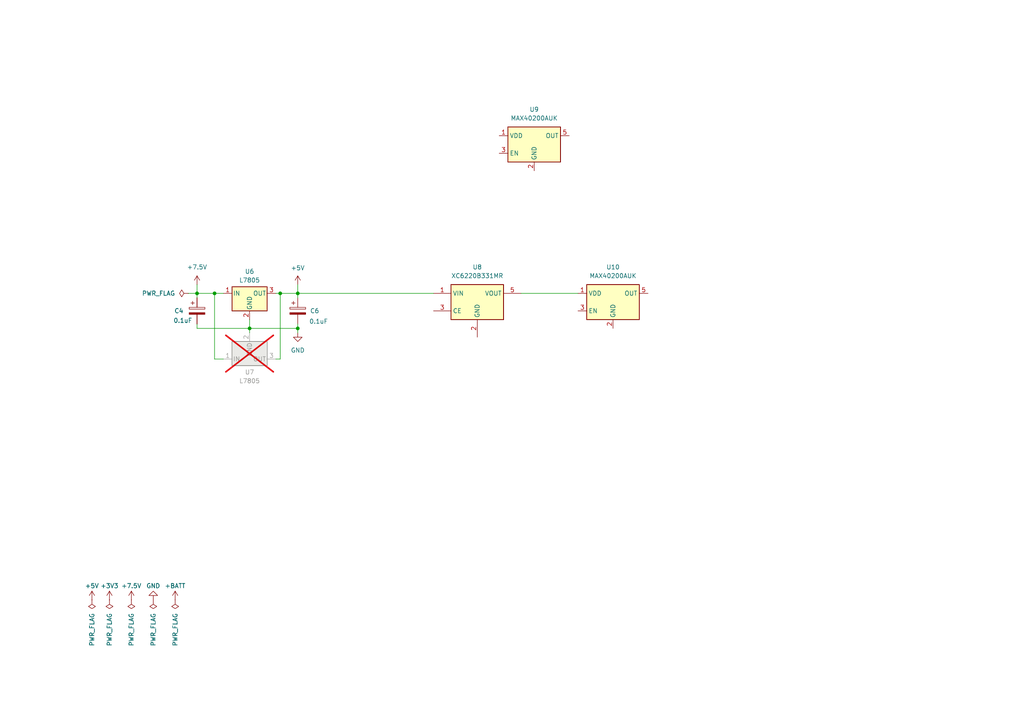
<source format=kicad_sch>
(kicad_sch (version 20241004) (generator "eeschema") (generator_version "8.99")
  (paper "A4")
  (title_block (title "Power Control"))
  (lib_symbols
    (symbol "Analog_Switch:MAX40200AUK"
      (property "Reference" "U" (at -6.35 6.35 0))
      (property "Value" "MAX40200AUK" (at 7.62 6.35 0))
      (symbol "MAX40200AUK_1_1"
        (rectangle (start -7.62 -5.08) (end 7.62 5.08) (stroke (width 0.254)) (fill (type background)))
        (pin power_in line (at -10.16 2.54 0) (length 2.54) (name "VDD") (number "1"))
        (pin input line (at -10.16 -2.54 0) (length 2.54) (name "EN") (number "3"))
        (pin power_in line (at 0 -7.62 90) (length 2.54) (name "GND") (number "2"))
        (pin no_connect line (at 7.62 -2.54 180) (length 2.54) (hide yes) (name "NC") (number "4"))
        (pin passive line (at 10.16 2.54 180) (length 2.54) (name "OUT") (number "5"))
      )
    )
    (symbol "Device:C_Polarized" (pin_numbers (hide yes)) (pin_names (offset 0.254))
      (property "Reference" "C" (at 0.635 2.54 0))
      (property "Value" "C_Polarized" (at 0.635 -2.54 0))
      (symbol "C_Polarized_0_1"
        (rectangle (start -2.286 0.508) (end 2.286 1.016))
        (polyline (pts (xy -1.778 2.286) (xy -0.762 2.286)))
        (polyline (pts (xy -1.27 2.794) (xy -1.27 1.778)))
        (rectangle (start 2.286 -0.508) (end -2.286 -1.016) (fill (type outline)))
      )
      (symbol "C_Polarized_1_1"
        (pin passive line (at 0 3.81 270) (length 2.794) (name "~") (number "1"))
        (pin passive line (at 0 -3.81 90) (length 2.794) (name "~") (number "2"))
      )
    )
    (symbol "Device:R" (pin_numbers (hide yes)) (pin_names (offset 0))
      (property "Reference" "R" (at 2.032 0 90))
      (property "Value" "R" (at 0 0 90))
      (symbol "R_0_1"
        (rectangle (start -1.016 -2.54) (end 1.016 2.54) (stroke (width 0.254)))
      )
      (symbol "R_1_1"
        (pin passive line (at 0 3.81 270) (length 1.27) (name "~") (number "1"))
        (pin passive line (at 0 -3.81 90) (length 1.27) (name "~") (number "2"))
      )
    )
    (symbol "Regulator_Linear:L7805" (pin_names (offset 0.254))
      (property "Reference" "U" (at -3.81 3.175 0))
      (property "Value" "L7805" (at 0 3.175 0))
      (symbol "L7805_0_1"
        (rectangle (start -5.08 1.905) (end 5.08 -5.08) (stroke (width 0.254)) (fill (type background)))
      )
      (symbol "L7805_1_1"
        (pin power_in line (at -7.62 0 0) (length 2.54) (name "IN") (number "1"))
        (pin power_in line (at 0 -7.62 90) (length 2.54) (name "GND") (number "2"))
        (pin power_out line (at 7.62 0 180) (length 2.54) (name "OUT") (number "3"))
      )
    )
    (symbol "Regulator_Linear:XC6220B331MR"
      (property "Reference" "U" (at 0 8.89 0))
      (property "Value" "XC6220B331MR" (at 0 6.35 0))
      (symbol "XC6220B331MR_0_1"
        (rectangle (start -7.62 5.08) (end 7.62 -5.08) (stroke (width 0.254)) (fill (type background)))
      )
      (symbol "XC6220B331MR_1_1"
        (pin power_in line (at -12.7 2.54 0) (length 5.08) (name "VIN") (number "1"))
        (pin input line (at -12.7 -2.54 0) (length 5.08) (name "CE") (number "3"))
        (pin power_in line (at 0 -10.16 90) (length 5.08) (name "GND") (number "2"))
        (pin no_connect line (at 7.62 -2.54 180) (length 5.08) (hide yes) (name "NC") (number "4"))
        (pin power_out line (at 12.7 2.54 180) (length 5.08) (name "VOUT") (number "5"))
      )
    )
    (symbol "Transistor_BJT:BC337" (pin_names (offset 0) (hide yes))
      (property "Reference" "Q" (at 5.08 1.905 0))
      (property "Value" "BC337" (at 5.08 0 0))
      (symbol "BC337_0_1"
        (polyline (pts (xy 0 0) (xy 0.635 0)))
        (polyline (pts (xy 0.635 1.905) (xy 0.635 -1.905) (xy 0.635 -1.905)) (stroke (width 0.508)))
        (polyline (pts (xy 0.635 0.635) (xy 2.54 2.54)))
        (polyline (pts (xy 0.635 -0.635) (xy 2.54 -2.54) (xy 2.54 -2.54)))
        (circle (center 1.27 0) (radius 2.8194) (stroke (width 0.254)))
        (polyline (pts (xy 1.27 -1.778) (xy 1.778 -1.27) (xy 2.286 -2.286) (xy 1.27 -1.778) (xy 1.27 -1.778)) (fill (type outline)))
      )
      (symbol "BC337_1_1"
        (pin input line (at -5.08 0 0) (length 5.08) (name "B") (number "2"))
        (pin passive line (at 2.54 5.08 270) (length 2.54) (name "C") (number "1"))
        (pin passive line (at 2.54 -5.08 90) (length 2.54) (name "E") (number "3"))
      )
    )
    (symbol "Transistor_BJT:BC847" (pin_names (offset 0) (hide yes))
      (property "Reference" "Q" (at 5.08 1.905 0))
      (property "Value" "BC847" (at 5.08 0 0))
      (symbol "BC847_0_1"
        (polyline (pts (xy 0.635 1.905) (xy 0.635 -1.905) (xy 0.635 -1.905)) (stroke (width 0.508)))
        (polyline (pts (xy 0.635 0.635) (xy 2.54 2.54)))
        (polyline (pts (xy 0.635 -0.635) (xy 2.54 -2.54) (xy 2.54 -2.54)))
        (circle (center 1.27 0) (radius 2.8194) (stroke (width 0.254)))
        (polyline (pts (xy 1.27 -1.778) (xy 1.778 -1.27) (xy 2.286 -2.286) (xy 1.27 -1.778) (xy 1.27 -1.778)) (fill (type outline)))
      )
      (symbol "BC847_1_1"
        (pin input line (at -5.08 0 0) (length 5.715) (name "B") (number "1"))
        (pin passive line (at 2.54 5.08 270) (length 2.54) (name "C") (number "3"))
        (pin passive line (at 2.54 -5.08 90) (length 2.54) (name "E") (number "2"))
      )
    )
    (symbol "Transistor_FET:SiS415DNT" (pin_names (hide yes))
      (property "Reference" "Q" (at 5.08 1.905 0))
      (property "Value" "SiS415DNT" (at 5.08 0 0))
      (symbol "SiS415DNT_0_1"
        (polyline (pts (xy 0.254 1.905) (xy 0.254 -1.905)) (stroke (width 0.254)))
        (polyline (pts (xy 0.254 0) (xy -2.54 0)))
        (polyline (pts (xy 0.762 2.286) (xy 0.762 1.27)) (stroke (width 0.254)))
        (polyline (pts (xy 0.762 1.778) (xy 3.302 1.778) (xy 3.302 -1.778) (xy 0.762 -1.778)))
        (polyline (pts (xy 0.762 0.508) (xy 0.762 -0.508)) (stroke (width 0.254)))
        (polyline (pts (xy 0.762 -1.27) (xy 0.762 -2.286)) (stroke (width 0.254)))
        (circle (center 1.651 0) (radius 2.794) (stroke (width 0.254)))
        (polyline (pts (xy 2.286 0) (xy 1.27 0.381) (xy 1.27 -0.381) (xy 2.286 0)) (fill (type outline)))
        (polyline (pts (xy 2.54 2.54) (xy 2.54 1.778)))
        (circle (center 2.54 1.778) (radius 0.254) (fill (type outline)))
        (circle (center 2.54 -1.778) (radius 0.254) (fill (type outline)))
        (polyline (pts (xy 2.54 -2.54) (xy 2.54 0) (xy 0.762 0)))
        (polyline (pts (xy 2.794 -0.508) (xy 2.921 -0.381) (xy 3.683 -0.381) (xy 3.81 -0.254)))
        (polyline (pts (xy 3.302 -0.381) (xy 2.921 0.254) (xy 3.683 0.254) (xy 3.302 -0.381)))
      )
      (symbol "SiS415DNT_1_1"
        (pin passive line (at -5.08 0 0) (length 2.54) (name "G") (number "4"))
        (pin passive line (at 2.54 5.08 270) (length 2.54) (name "D") (number "5"))
        (pin passive line (at 2.54 -5.08 90) (length 2.54) (name "S") (number "1"))
        (pin passive line (at 2.54 -5.08 90) (length 2.54) (hide yes) (name "S") (number "2"))
        (pin passive line (at 2.54 -5.08 90) (length 2.54) (hide yes) (name "S") (number "3"))
      )
    )
    (symbol "dodo-power:BD4830FVE-TR"
      (property "Reference" "U" (at 5.842 7.62 0))
      (property "Value" "BD4830FVE-TR" (at 8.382 -7.62 0))
      (symbol "BD4830FVE-TR_0_1"
        (rectangle (start -6.35 6.35) (end 6.35 -6.35) (stroke (width 0.0005)))
      )
      (symbol "BD4830FVE-TR_1_1"
        (pin input line (at -2.54 -8.89 90) (length 2.54) (name "SUB") (number "3"))
        (pin input line (at 0 8.89 270) (length 2.54) (name "VDD") (number "5"))
        (pin input line (at 0 -8.89 90) (length 2.54) (name "GND") (number "4"))
        (pin input line (at 8.89 0 180) (length 2.54) (name "VOUT") (number "1"))
        (pin input line (at 8.89 -2.54 180) (length 2.54) (name "N.C.") (number "3"))
      )
    )
    (symbol "power:+3V3" (power) (pin_names (offset 0))
      (property "Value" "+3V3" (at 0 3.556 0))
      (symbol "+3V3_0_1"
        (polyline (pts (xy -0.762 1.27) (xy 0 2.54)))
        (polyline (pts (xy 0 2.54) (xy 0.762 1.27)))
        (polyline (pts (xy 0 0) (xy 0 2.54)))
      )
      (symbol "+3V3_1_1"
        (pin power_in line (at 0 0 90) (length 0) (hide yes) (name "+3V3") (number "1"))
      )
    )
    (symbol "power:+5V" (power) (pin_names (offset 0))
      (property "Value" "+5V" (at 0 3.556 0))
      (symbol "+5V_0_1"
        (polyline (pts (xy -0.762 1.27) (xy 0 2.54)))
        (polyline (pts (xy 0 2.54) (xy 0.762 1.27)))
        (polyline (pts (xy 0 0) (xy 0 2.54)))
      )
      (symbol "+5V_1_1"
        (pin power_in line (at 0 0 90) (length 0) (hide yes) (name "+5V") (number "1"))
      )
    )
    (symbol "power:+7.5V" (power) (pin_names (offset 0))
      (property "Value" "+7.5V" (at 0 3.556 0))
      (symbol "+7.5V_0_1"
        (polyline (pts (xy -0.762 1.27) (xy 0 2.54)))
        (polyline (pts (xy 0 2.54) (xy 0.762 1.27)))
        (polyline (pts (xy 0 0) (xy 0 2.54)))
      )
      (symbol "+7.5V_1_1"
        (pin power_in line (at 0 0 90) (length 0) (hide yes) (name "+7.5V") (number "1"))
      )
    )
    (symbol "power:+BATT" (power) (pin_names (offset 0))
      (property "Value" "+BATT" (at 0 3.556 0))
      (symbol "+BATT_0_1"
        (polyline (pts (xy -0.762 1.27) (xy 0 2.54)))
        (polyline (pts (xy 0 2.54) (xy 0.762 1.27)))
        (polyline (pts (xy 0 0) (xy 0 2.54)))
      )
      (symbol "+BATT_1_1"
        (pin power_in line (at 0 0 90) (length 0) (hide yes) (name "+BATT") (number "1"))
      )
    )
    (symbol "power:GND" (power) (pin_names (offset 0))
      (property "Value" "GND" (at 0 -3.81 0))
      (symbol "GND_0_1"
        (polyline (pts (xy 0 0) (xy 0 -1.27) (xy 1.27 -1.27) (xy 0 -2.54) (xy -1.27 -1.27) (xy 0 -1.27)))
      )
      (symbol "GND_1_1"
        (pin power_in line (at 0 0 270) (length 0) (hide yes) (name "GND") (number "1"))
      )
    )
    (symbol "power:PWR_FLAG" (power) (pin_numbers (hide yes)) (pin_names (offset 0) (hide yes))
      (property "Value" "PWR_FLAG" (at 0 3.81 0))
      (symbol "PWR_FLAG_0_0"
        (pin power_out line (at 0 0 90) (length 0) (name "pwr") (number "1"))
      )
      (symbol "PWR_FLAG_0_1"
        (polyline (pts (xy 0 0) (xy 0 1.27) (xy -1.016 1.905) (xy 0 2.54) (xy 1.016 1.905) (xy 0 1.27)))
      )
    )
    (symbol "power:VBUS" (power) (pin_names (offset 0))
      (property "Value" "VBUS" (at 0 3.81 0))
      (symbol "VBUS_0_1"
        (polyline (pts (xy -0.762 1.27) (xy 0 2.54)))
        (polyline (pts (xy 0 2.54) (xy 0.762 1.27)))
        (polyline (pts (xy 0 0) (xy 0 2.54)))
      )
      (symbol "VBUS_1_1"
        (pin power_in line (at 0 0 90) (length 0) (hide yes) (name "VBUS") (number "1"))
      )
    )
  )
  (text "LOW VOLTAGE\nDETECTOR" (at 62.23 -79.502 0) (effects (font (size 1.27 1.27))))
  (junction (at 36.83 -116.84))
  (junction (at 81.28 85.09))
  (junction (at 86.36 95.25))
  (junction (at 106.68 -166.37))
  (junction (at 57.15 85.09))
  (junction (at 137.16 -48.26))
  (junction (at 218.44 -83.82))
  (junction (at 171.45 -142.24))
  (junction (at 137.16 -142.24))
  (junction (at 62.23 -90.17))
  (junction (at 195.58 -100.33))
  (junction (at 96.52 -57.15))
  (junction (at 86.36 85.09))
  (junction (at 137.16 -100.33))
  (junction (at 96.52 -67.31))
  (junction (at 175.26 -100.33))
  (junction (at 63.5 -166.37))
  (junction (at 232.41 -107.95))
  (junction (at 260.35 -68.58))
  (junction (at 62.23 85.09))
  (junction (at 137.16 -166.37))
  (junction (at 96.52 -48.26))
  (junction (at 232.41 -68.58))
  (junction (at 218.44 -100.33))
  (junction (at 129.54 -67.31))
  (junction (at 175.26 -48.26))
  (junction (at 72.39 95.25))
  (no_connect (at 72.39 -97.79))
  (wire (pts (xy 96.52 -57.15) (xy 156.21 -57.15)))
  (wire (pts (xy 96.52 -48.26) (xy 114.3 -48.26)))
  (wire (pts (xy 156.21 -57.15) (xy 156.21 -67.31)))
  (wire (pts (xy 212.09 -68.58) (xy 232.41 -68.58)))
  (wire (pts (xy 86.36 95.25) (xy 86.36 96.52)))
  (wire (pts (xy 129.54 -35.56) (xy 129.54 -33.02)))
  (wire (pts (xy 36.83 -137.16) (xy 36.83 -133.35)))
  (wire (pts (xy 72.39 95.25) (xy 86.36 95.25)))
  (wire (pts (xy 160.02 -48.26) (xy 175.26 -48.26)))
  (wire (pts (xy 96.52 -67.31) (xy 96.52 -57.15)))
  (wire (pts (xy 81.28 104.14) (xy 80.01 104.14)))
  (wire (pts (xy 232.41 -68.58) (xy 251.46 -68.58)))
  (wire (pts (xy 232.41 -107.95) (xy 232.41 -105.41)))
  (wire (pts (xy 62.23 85.09) (xy 62.23 104.14)))
  (wire (pts (xy 96.52 -87.63) (xy 96.52 -82.55)))
  (wire (pts (xy 232.41 -116.84) (xy 232.41 -107.95)))
  (wire (pts (xy 156.21 -67.31) (xy 167.64 -67.31)))
  (wire (pts (xy 35.56 -163.83) (xy 38.1 -163.83)))
  (wire (pts (xy 36.83 -125.73) (xy 36.83 -116.84)))
  (wire (pts (xy 86.36 82.55) (xy 86.36 85.09)))
  (wire (pts (xy 63.5 -90.17) (xy 62.23 -90.17)))
  (wire (pts (xy 175.26 -62.23) (xy 175.26 -48.26)))
  (wire (pts (xy 195.58 -68.58) (xy 204.47 -68.58)))
  (wire (pts (xy 260.35 -107.95) (xy 260.35 -105.41)))
  (wire (pts (xy 36.83 -100.33) (xy 36.83 -90.17)))
  (wire (pts (xy 63.5 -168.91) (xy 63.5 -166.37)))
  (wire (pts (xy 137.16 -100.33) (xy 137.16 -72.39)))
  (wire (pts (xy 60.96 -91.44) (xy 60.96 -90.17)))
  (wire (pts (xy 175.26 -100.33) (xy 175.26 -72.39)))
  (wire (pts (xy 137.16 -48.26) (xy 152.4 -48.26)))
  (wire (pts (xy 137.16 -142.24) (xy 137.16 -166.37)))
  (wire (pts (xy 34.29 -67.31) (xy 96.52 -67.31)))
  (wire (pts (xy 246.38 -83.82) (xy 246.38 -100.33)))
  (wire (pts (xy 171.45 -158.75) (xy 171.45 -142.24)))
  (wire (pts (xy 36.83 -116.84) (xy 36.83 -107.95)))
  (wire (pts (xy 96.52 -67.31) (xy 114.3 -67.31)))
  (wire (pts (xy 64.77 85.09) (xy 62.23 85.09)))
  (wire (pts (xy 175.26 -100.33) (xy 195.58 -100.33)))
  (wire (pts (xy 38.1 -163.83) (xy 38.1 -158.75)))
  (wire (pts (xy 54.61 85.09) (xy 57.15 85.09)))
  (wire (pts (xy 137.16 -170.18) (xy 137.16 -166.37)))
  (wire (pts (xy 158.75 -142.24) (xy 171.45 -142.24)))
  (wire (pts (xy 260.35 -95.25) (xy 260.35 -68.58)))
  (wire (pts (xy 96.52 -35.56) (xy 96.52 -33.02)))
  (wire (pts (xy 246.38 -100.33) (xy 252.73 -100.33)))
  (wire (pts (xy 35.56 -166.37) (xy 63.5 -166.37)))
  (wire (pts (xy 63.5 -166.37) (xy 81.28 -166.37)))
  (wire (pts (xy 137.16 -100.33) (xy 175.26 -100.33)))
  (wire (pts (xy 60.96 -90.17) (xy 62.23 -90.17)))
  (wire (pts (xy 259.08 -68.58) (xy 260.35 -68.58)))
  (wire (pts (xy 137.16 -118.11) (xy 137.16 -100.33)))
  (wire (pts (xy 218.44 -83.82) (xy 246.38 -83.82)))
  (wire (pts (xy 62.23 104.14) (xy 64.77 104.14)))
  (wire (pts (xy 72.39 -100.33) (xy 137.16 -100.33)))
  (wire (pts (xy 121.92 -67.31) (xy 129.54 -67.31)))
  (wire (pts (xy 80.01 85.09) (xy 81.28 85.09)))
  (wire (pts (xy 212.09 -100.33) (xy 218.44 -100.33)))
  (wire (pts (xy 72.39 95.25) (xy 72.39 96.52)))
  (wire (pts (xy 218.44 -83.82) (xy 218.44 -50.8)))
  (wire (pts (xy 63.5 -116.84) (xy 63.5 -109.22)))
  (wire (pts (xy 137.16 -166.37) (xy 166.37 -166.37)))
  (wire (pts (xy 57.15 85.09) (xy 57.15 82.55)))
  (wire (pts (xy 195.58 -100.33) (xy 204.47 -100.33)))
  (wire (pts (xy 137.16 -142.24) (xy 137.16 -125.73)))
  (wire (pts (xy 33.02 -10.16) (xy 46.99 -10.16)))
  (wire (pts (xy 63.5 -154.94) (xy 63.5 -166.37)))
  (wire (pts (xy 218.44 -43.18) (xy 218.44 -39.37)))
  (wire (pts (xy 106.68 -166.37) (xy 137.16 -166.37)))
  (wire (pts (xy 81.28 -154.94) (xy 63.5 -154.94)))
  (wire (pts (xy 121.92 -48.26) (xy 137.16 -48.26)))
  (wire (pts (xy 129.54 -67.31) (xy 129.54 -43.18)))
  (wire (pts (xy 137.16 -62.23) (xy 137.16 -48.26)))
  (wire (pts (xy 218.44 -100.33) (xy 224.79 -100.33)))
  (wire (pts (xy 81.28 85.09) (xy 81.28 104.14)))
  (wire (pts (xy 106.68 -168.91) (xy 106.68 -166.37)))
  (wire (pts (xy 151.13 -142.24) (xy 137.16 -142.24)))
  (wire (pts (xy 218.44 -100.33) (xy 218.44 -83.82)))
  (wire (pts (xy 96.52 -74.93) (xy 96.52 -67.31)))
  (wire (pts (xy 151.13 85.09) (xy 167.64 85.09)))
  (wire (pts (xy 96.52 -57.15) (xy 96.52 -48.26)))
  (wire (pts (xy 171.45 -142.24) (xy 238.76 -142.24)))
  (wire (pts (xy 57.15 95.25) (xy 57.15 93.98)))
  (wire (pts (xy 72.39 92.71) (xy 72.39 95.25)))
  (wire (pts (xy 232.41 -95.25) (xy 232.41 -68.58)))
  (wire (pts (xy 96.52 -48.26) (xy 96.52 -43.18)))
  (wire (pts (xy 232.41 -107.95) (xy 260.35 -107.95)))
  (wire (pts (xy 81.28 85.09) (xy 86.36 85.09)))
  (wire (pts (xy 88.9 -166.37) (xy 106.68 -166.37)))
  (wire (pts (xy 106.68 -154.94) (xy 106.68 -166.37)))
  (wire (pts (xy 57.15 85.09) (xy 57.15 86.36)))
  (wire (pts (xy 88.9 -154.94) (xy 106.68 -154.94)))
  (wire (pts (xy 86.36 85.09) (xy 86.36 86.36)))
  (wire (pts (xy 33.02 -19.05) (xy 46.99 -19.05)))
  (wire (pts (xy 57.15 95.25) (xy 72.39 95.25)))
  (wire (pts (xy 86.36 85.09) (xy 125.73 85.09)))
  (wire (pts (xy 195.58 -100.33) (xy 195.58 -68.58)))
  (wire (pts (xy 260.35 -68.58) (xy 260.35 -39.37)))
  (wire (pts (xy 62.23 85.09) (xy 57.15 85.09)))
  (wire (pts (xy 176.53 -166.37) (xy 238.76 -166.37)))
  (wire (pts (xy 86.36 95.25) (xy 86.36 93.98)))
  (wire (pts (xy 175.26 -48.26) (xy 175.26 -39.37)))
  (wire (pts (xy 63.5 -91.44) (xy 63.5 -90.17)))
  (wire (pts (xy 63.5 -116.84) (xy 36.83 -116.84)))
  (wire (pts (xy 232.41 -116.84) (xy 238.76 -116.84)))
  (symbol (lib_id "power:GND") (at 36.83 -90.17 0) (unit 1)
    (property "Reference" "#PWR040" (effects (hide yes)))
    (property "Value" "GND" (at 36.83 -85.09 0))
    (property "Description" "Power symbol creates a global label with name \"GND\" , ground" (effects (hide yes)))
  )
  (symbol (lib_id "Device:R") (at 118.11 -48.26 270) (unit 1) (dnp yes)
    (property "Reference" "R26" (at 118.11 -45.212 90))
    (property "Value" "0R" (at 118.11 -41.91 90))
    (property "Footprint" "Resistor_SMD:R_0805_2012Metric" (effects (hide yes)))
    (property "Description" "Resistor" (effects (hide yes)))
  )
  (symbol (lib_id "power:PWR_FLAG") (at 44.45 173.99 180) (unit 1)
    (property "Reference" "#FLG010" (effects (hide yes)))
    (property "Value" "PWR_FLAG" (at 44.4499 177.8 90) (effects (justify left)))
    (property "Description" "Special symbol for telling ERC where power comes from" (effects (hide yes)))
  )
  (symbol (lib_id "power:+7.5V") (at 57.15 82.55 0) (unit 1)
    (property "Reference" "#PWR047" (effects (hide yes)))
    (property "Value" "+7.5V" (at 57.15 77.47 0))
    (property "Description" "Power symbol creates a global label with name \"+7.5V\"" (effects (hide yes)))
  )
  (symbol (lib_id "Device:R") (at 137.16 -121.92 180) (unit 1)
    (property "Reference" "R28" (at 140.716 -123.952 0))
    (property "Value" "10k" (at 140.97 -121.92 0))
    (property "Footprint" "Resistor_SMD:R_0805_2012Metric" (effects (hide yes)))
    (property "Description" "Resistor" (effects (hide yes)))
  )
  (symbol (lib_id "power:PWR_FLAG") (at 50.8 173.99 180) (unit 1)
    (property "Reference" "#FLG011" (effects (hide yes)))
    (property "Value" "PWR_FLAG" (at 50.7999 177.8 90) (effects (justify left)))
    (property "Description" "Special symbol for telling ERC where power comes from" (effects (hide yes)))
  )
  (symbol (lib_id "Device:R") (at 36.83 -129.54 180) (unit 1)
    (property "Reference" "R19" (at 34.544 -129.54 90))
    (property "Value" "50k" (at 39.624 -129.54 90))
    (property "Footprint" "Resistor_SMD:R_0805_2012Metric" (effects (hide yes)))
    (property "Description" "Resistor" (effects (hide yes)))
  )
  (symbol (lib_id "power:+BATT") (at 137.16 -170.18 0) (unit 1)
    (property "Reference" "#PWR055" (effects (hide yes)))
    (property "Value" "+BATT" (at 137.16 -175.26 0))
    (property "Description" "Power symbol creates a global label with name \"+BATT\"" (effects (hide yes)))
  )
  (symbol (lib_id "power:GND") (at 218.44 -39.37 0) (unit 1)
    (property "Reference" "#PWR057" (effects (hide yes)))
    (property "Value" "GND" (at 218.44 -34.29 0))
    (property "Description" "Power symbol creates a global label with name \"GND\" , ground" (effects (hide yes)))
  )
  (symbol (lib_id "Regulator_Linear:L7805") (at 72.39 104.14 0) (mirror x) (unit 1) (dnp yes)
    (property "Reference" "U7" (at 72.39 107.95 0))
    (property "Value" "L7805" (at 72.39 110.49 0))
    (property "Footprint" "Package_TO_SOT_THT:TO-220-3_Horizontal_TabDown" (effects (hide yes)))
    (property "Datasheet" "http://www.st.com/content/ccc/resource/technical/document/datasheet/41/4f/b3/b0/12/d4/47/88/CD00000444.pdf/files/CD00000444.pdf/jcr:content/translations/en.CD00000444.pdf" (effects (hide yes)))
    (property "Description" "Positive 1.5A 35V Linear Regulator, Fixed Output 5V, TO-220/TO-263/TO-252" (effects (hide yes)))
  )
  (symbol (lib_id "power:PWR_FLAG") (at 38.1 173.99 180) (unit 1)
    (property "Reference" "#FLG09" (effects (hide yes)))
    (property "Value" "PWR_FLAG" (at 38.0999 177.8 90) (effects (justify left)))
    (property "Description" "Special symbol for telling ERC where power comes from" (effects (hide yes)))
  )
  (symbol (lib_id "Device:R") (at 255.27 -68.58 270) (unit 1)
    (property "Reference" "R34" (at 255.27 -65.532 90))
    (property "Value" "0R" (at 255.27 -62.23 90))
    (property "Footprint" "Resistor_SMD:R_0805_2012Metric" (effects (hide yes)))
    (property "Description" "Resistor" (effects (hide yes)))
  )
  (symbol (lib_id "power:GND") (at 86.36 96.52 0) (unit 1)
    (property "Reference" "#PWR050" (effects (hide yes)))
    (property "Value" "GND" (at 86.36 101.6 0))
    (property "Description" "Power symbol creates a global label with name \"GND\" , ground" (effects (hide yes)))
  )
  (symbol (lib_id "Device:R") (at 218.44 -46.99 180) (unit 1) (dnp yes)
    (property "Reference" "R33" (at 221.996 -49.022 0))
    (property "Value" "10k" (at 222.25 -46.99 0))
    (property "Footprint" "Resistor_SMD:R_0805_2012Metric" (effects (hide yes)))
    (property "Description" "Resistor" (effects (hide yes)))
  )
  (symbol (lib_id "power:GND") (at 260.35 -39.37 0) (unit 1)
    (property "Reference" "#PWR058" (effects (hide yes)))
    (property "Value" "GND" (at 260.35 -34.29 0))
    (property "Description" "Power symbol creates a global label with name \"GND\" , ground" (effects (hide yes)))
  )
  (symbol (lib_id "power:+5V") (at 26.67 173.99 0) (unit 1)
    (property "Reference" "#PWR037" (effects (hide yes)))
    (property "Value" "+5V" (at 26.67 169.926 0))
    (property "Description" "Power symbol creates a global label with name \"+5V\"" (effects (hide yes)))
  )
  (symbol (lib_id "Device:R") (at 118.11 -67.31 270) (unit 1)
    (property "Reference" "R25" (at 118.11 -64.262 90))
    (property "Value" "0R" (at 118.11 -60.96 90))
    (property "Footprint" "Resistor_SMD:R_0805_2012Metric" (effects (hide yes)))
    (property "Description" "Resistor" (effects (hide yes)))
  )
  (symbol (lib_id "power:VBUS") (at 96.52 -87.63 0) (unit 1)
    (property "Reference" "#PWR052" (effects (hide yes)))
    (property "Value" "VBUS" (at 96.52 -91.694 0))
    (property "Description" "Power symbol creates a global label with name \"VBUS\"" (effects (hide yes)))
  )
  (symbol (lib_id "power:GND") (at 96.52 -33.02 0) (unit 1)
    (property "Reference" "#PWR053" (effects (hide yes)))
    (property "Value" "GND" (at 96.52 -27.94 0))
    (property "Description" "Power symbol creates a global label with name \"GND\" , ground" (effects (hide yes)))
  )
  (symbol (lib_id "power:+BATT") (at 46.99 -10.16 0) (unit 1)
    (property "Reference" "#PWR045" (effects (hide yes)))
    (property "Value" "+BATT" (at 46.99 -15.24 0))
    (property "Description" "Power symbol creates a global label with name \"+BATT\"" (effects (hide yes)))
  )
  (symbol (lib_id "Transistor_FET:SiS415DNT") (at 171.45 -163.83 90) (unit 1)
    (property "Reference" "Q6" (at 171.45 -171.45 90))
    (property "Value" "SiS415DNT" (at 171.45 -168.91 90))
    (property "Footprint" "Package_SO:Vishay_PowerPAK_1212-8_Single" (effects (hide yes)))
    (property "Datasheet" "https://www.vishay.com/docs/63684/sis415dnt.pdf" (effects (hide yes)))
    (property "Description" "-35A Id, -20V Vds, P-Channel MOSFET, PowerPAK 1212-8 Single" (effects (hide yes)))
  )
  (symbol (lib_id "power:GND") (at 175.26 -39.37 0) (unit 1)
    (property "Reference" "#PWR056" (effects (hide yes)))
    (property "Value" "GND" (at 175.26 -34.29 0))
    (property "Description" "Power symbol creates a global label with name \"GND\" , ground" (effects (hide yes)))
  )
  (symbol (lib_id "Device:R") (at 96.52 -78.74 0) (unit 1)
    (property "Reference" "R23" (at 99.568 -78.74 0))
    (property "Value" "5k" (at 99.568 -81.026 0))
    (property "Footprint" "Resistor_SMD:R_0805_2012Metric" (effects (hide yes)))
    (property "Description" "Resistor" (effects (hide yes)))
  )
  (symbol (lib_id "power:GND") (at 44.45 173.99 180) (unit 1)
    (property "Reference" "#PWR043" (effects (hide yes)))
    (property "Value" "GND" (at 44.45 169.926 0))
    (property "Description" "Power symbol creates a global label with name \"GND\" , ground" (effects (hide yes)))
  )
  (symbol (lib_id "power:+5V") (at 86.36 82.55 0) (unit 1)
    (property "Reference" "#PWR049" (effects (hide yes)))
    (property "Value" "+5V" (at 86.36 77.724 0))
    (property "Description" "Power symbol creates a global label with name \"+5V\"" (effects (hide yes)))
  )
  (symbol (lib_id "Device:R") (at 96.52 -39.37 0) (unit 1)
    (property "Reference" "R24" (at 98.806 -39.37 90))
    (property "Value" "10k" (at 93.726 -39.37 90))
    (property "Footprint" "Resistor_SMD:R_0805_2012Metric" (effects (hide yes)))
    (property "Description" "Resistor" (effects (hide yes)))
  )
  (symbol (lib_id "Device:R") (at 208.28 -100.33 270) (unit 1)
    (property "Reference" "R31" (at 208.28 -106.68 90))
    (property "Value" "0R" (at 208.28 -104.14 90))
    (property "Footprint" "Resistor_SMD:R_0805_2012Metric" (effects (hide yes)))
    (property "Description" "Resistor" (effects (hide yes)))
  )
  (symbol (lib_id "Transistor_BJT:BC847") (at 257.81 -100.33 0) (unit 1) (dnp yes)
    (property "Reference" "Q9" (at 262.89 -101.6001 0) (effects (justify left)))
    (property "Value" "BC847" (at 262.89 -99.0601 0) (effects (justify left)))
    (property "Footprint" "Package_TO_SOT_SMD:SOT-23" (effects (hide yes)))
    (property "Datasheet" "http://www.infineon.com/dgdl/Infineon-BC847SERIES_BC848SERIES_BC849SERIES_BC850SERIES-DS-v01_01-en.pdf?fileId=db3a304314dca389011541d4630a1657" (effects (hide yes)))
    (property "Description" "0.1A Ic, 45V Vce, NPN Transistor, SOT-23" (effects (hide yes)))
  )
  (symbol (lib_id "Analog_Switch:MAX40200AUK") (at 177.8 87.63 0) (unit 1)
    (property "Reference" "U10" (at 177.8 77.47 0))
    (property "Value" "MAX40200AUK" (at 177.8 80.01 0))
    (property "Footprint" "Package_TO_SOT_SMD:SOT-23-5" (effects (hide yes)))
    (property "Datasheet" "https://datasheets.maximintegrated.com/en/ds/MAX40200.pdf" (effects (hide yes)))
    (property "Description" "Ideal Diode, Ultra-Low Voltage Drop, 1.5-5.5V, 1A, SOT-23-5" (effects (hide yes)))
  )
  (symbol (lib_id "Transistor_BJT:BC337") (at 229.87 -100.33 0) (unit 1)
    (property "Reference" "Q8" (at 234.95 -101.6001 0) (effects (justify left)))
    (property "Value" "BC337" (at 234.95 -99.0601 0) (effects (justify left)))
    (property "Footprint" "Package_TO_SOT_THT:TO-92_Inline" (effects (hide yes)))
    (property "Datasheet" "https://diotec.com/tl_files/diotec/files/pdf/datasheets/bc337.pdf" (effects (hide yes)))
    (property "Description" "0.8A Ic, 45V Vce, NPN Transistor, TO-92" (effects (hide yes)))
  )
  (symbol (lib_id "Device:R") (at 36.83 -104.14 180) (unit 1)
    (property "Reference" "R20" (at 34.544 -104.14 90))
    (property "Value" "100k" (at 39.624 -104.14 90))
    (property "Footprint" "Resistor_SMD:R_0805_2012Metric" (effects (hide yes)))
    (property "Description" "Resistor" (effects (hide yes)))
  )
  (symbol (lib_id "power:GND") (at 38.1 -158.75 0) (unit 1)
    (property "Reference" "#PWR041" (effects (hide yes)))
    (property "Value" "GND" (at 38.1 -153.67 0))
    (property "Description" "Power symbol creates a global label with name \"GND\" , ground" (effects (hide yes)))
  )
  (symbol (lib_id "Regulator_Linear:L7805") (at 72.39 85.09 0) (unit 1)
    (property "Reference" "U6" (at 72.39 78.74 0))
    (property "Value" "L7805" (at 72.39 81.28 0))
    (property "Footprint" "Package_TO_SOT_SMD:TO-263-2" (effects (hide yes)))
    (property "Datasheet" "http://www.st.com/content/ccc/resource/technical/document/datasheet/41/4f/b3/b0/12/d4/47/88/CD00000444.pdf/files/CD00000444.pdf/jcr:content/translations/en.CD00000444.pdf" (effects (hide yes)))
    (property "Description" "Positive 1.5A 35V Linear Regulator, Fixed Output 5V, TO-220/TO-263/TO-252" (effects (hide yes)))
  )
  (symbol (lib_id "Device:C_Polarized") (at 86.36 90.17 0) (unit 1)
    (property "Reference" "C6" (at 89.916 90.17 0) (effects (justify left)))
    (property "Value" "0.1uF" (at 89.662 93.218 0) (effects (justify left)))
    (property "Footprint" "Capacitor_SMD:C_0805_2012Metric" (effects (hide yes)))
    (property "Description" "Polarized capacitor" (effects (hide yes)))
  )
  (symbol (lib_id "power:GND") (at 62.23 -90.17 0) (unit 1)
    (property "Reference" "#PWR048" (effects (hide yes)))
    (property "Value" "GND" (at 62.23 -85.09 0))
    (property "Description" "Power symbol creates a global label with name \"GND\" , ground" (effects (hide yes)))
  )
  (symbol (lib_id "power:VBUS") (at 46.99 -19.05 0) (unit 1)
    (property "Reference" "#PWR044" (effects (hide yes)))
    (property "Value" "VBUS" (at 46.99 -23.114 0))
    (property "Description" "Power symbol creates a global label with name \"VBUS\"" (effects (hide yes)))
  )
  (symbol (lib_id "power:+7.5V") (at 38.1 173.99 0) (unit 1)
    (property "Reference" "#PWR042" (effects (hide yes)))
    (property "Value" "+7.5V" (at 38.1 169.926 0))
    (property "Description" "Power symbol creates a global label with name \"+7.5V\"" (effects (hide yes)))
  )
  (symbol (lib_id "Transistor_BJT:BC847") (at 172.72 -67.31 0) (unit 1) (dnp yes)
    (property "Reference" "Q7" (at 177.292 -68.58 0) (effects (justify left)))
    (property "Value" "BC847" (at 177.292 -66.04 0) (effects (justify left)))
    (property "Footprint" "Package_TO_SOT_SMD:SOT-23" (effects (hide yes)))
    (property "Datasheet" "http://www.infineon.com/dgdl/Infineon-BC847SERIES_BC848SERIES_BC849SERIES_BC850SERIES-DS-v01_01-en.pdf?fileId=db3a304314dca389011541d4630a1657" (effects (hide yes)))
    (property "Description" "0.1A Ic, 45V Vce, NPN Transistor, SOT-23" (effects (hide yes)))
  )
  (symbol (lib_id "power:+BATT") (at 36.83 -137.16 0) (unit 1)
    (property "Reference" "#PWR039" (effects (hide yes)))
    (property "Value" "+BATT" (at 36.83 -141.224 0))
    (property "Description" "Power symbol creates a global label with name \"+BATT\"" (effects (hide yes)))
  )
  (symbol (lib_id "power:PWR_FLAG") (at 54.61 85.09 90) (unit 1)
    (property "Reference" "#FLG012" (effects (hide yes)))
    (property "Value" "PWR_FLAG" (at 50.8 85.0899 90) (effects (justify left)))
    (property "Description" "Special symbol for telling ERC where power comes from" (effects (hide yes)))
  )
  (symbol (lib_id "Device:R") (at 156.21 -48.26 270) (unit 1)
    (property "Reference" "R30" (at 156.21 -45.212 90))
    (property "Value" "0R" (at 156.21 -41.91 90))
    (property "Footprint" "Resistor_SMD:R_0805_2012Metric" (effects (hide yes)))
    (property "Description" "Resistor" (effects (hide yes)))
  )
  (symbol (lib_id "power:PWR_FLAG") (at 26.67 173.99 180) (unit 1)
    (property "Reference" "#FLG07" (effects (hide yes)))
    (property "Value" "PWR_FLAG" (at 26.6699 177.8 90) (effects (justify left)))
    (property "Description" "Special symbol for telling ERC where power comes from" (effects (hide yes)))
  )
  (symbol (lib_id "Analog_Switch:MAX40200AUK") (at 154.94 41.91 0) (unit 1)
    (property "Reference" "U9" (at 154.94 31.75 0))
    (property "Value" "MAX40200AUK" (at 154.94 34.29 0))
    (property "Footprint" "Package_TO_SOT_SMD:SOT-23-5" (effects (hide yes)))
    (property "Datasheet" "https://datasheets.maximintegrated.com/en/ds/MAX40200.pdf" (effects (hide yes)))
    (property "Description" "Ideal Diode, Ultra-Low Voltage Drop, 1.5-5.5V, 1A, SOT-23-5" (effects (hide yes)))
  )
  (symbol (lib_id "Regulator_Linear:XC6220B331MR") (at 138.43 87.63 0) (unit 1)
    (property "Reference" "U8" (at 138.43 77.47 0))
    (property "Value" "XC6220B331MR" (at 138.43 80.01 0))
    (property "Footprint" "Package_TO_SOT_SMD:SOT-23-5" (effects (hide yes)))
    (property "Datasheet" "https://www.torexsemi.com/file/xc6220/XC6220.pdf" (effects (hide yes)))
    (property "Description" "1A, Low Drop-out Voltage Regulator, Fixed Output 3.3V, SOT-23-5" (effects (hide yes)))
  )
  (symbol (lib_id "Device:R") (at 208.28 -68.58 270) (unit 1) (dnp yes)
    (property "Reference" "R32" (at 208.28 -74.93 90))
    (property "Value" "0R" (at 208.28 -72.39 90))
    (property "Footprint" "Resistor_SMD:R_0805_2012Metric" (effects (hide yes)))
    (property "Description" "Resistor" (effects (hide yes)))
  )
  (symbol (lib_id "power:PWR_FLAG") (at 31.75 173.99 180) (unit 1)
    (property "Reference" "#FLG08" (effects (hide yes)))
    (property "Value" "PWR_FLAG" (at 31.7499 177.8 90) (effects (justify left)))
    (property "Description" "Special symbol for telling ERC where power comes from" (effects (hide yes)))
  )
  (symbol (lib_id "dodo-power:BD4830FVE-TR") (at 63.5 -100.33 0) (unit 1)
    (property "Reference" "U5" (at 55.88 -101.6001 0) (effects (justify right)))
    (property "Value" "BD4830FVE-TR" (at 81.026 -91.44 0) (effects (justify right)))
    (property "Footprint" "Package_TO_SOT_SMD:VSOF5" (effects (hide yes)))
    (property "Datasheet" "http://www.farnell.com/datasheets/2297777.pdf" (effects (hide yes)))
  )
  (symbol (lib_id "Device:C_Polarized") (at 57.15 90.17 0) (unit 1)
    (property "Reference" "C4" (at 50.546 90.17 0) (effects (justify left)))
    (property "Value" "0.1uF" (at 50.292 92.964 0) (effects (justify left)))
    (property "Footprint" "Capacitor_SMD:C_0805_2012Metric" (effects (hide yes)))
    (property "Description" "Polarized capacitor" (effects (hide yes)))
  )
  (symbol (lib_id "power:GND") (at 129.54 -33.02 0) (unit 1)
    (property "Reference" "#PWR054" (effects (hide yes)))
    (property "Value" "GND" (at 129.54 -27.94 0))
    (property "Description" "Power symbol creates a global label with name \"GND\" , ground" (effects (hide yes)))
  )
  (symbol (lib_id "Transistor_BJT:BC337") (at 134.62 -67.31 0) (unit 1)
    (property "Reference" "Q5" (at 139.7 -68.5801 0) (effects (justify left)))
    (property "Value" "BC337" (at 139.7 -66.0401 0) (effects (justify left)))
    (property "Footprint" "Package_TO_SOT_THT:TO-92_Inline" (effects (hide yes)))
    (property "Datasheet" "https://diotec.com/tl_files/diotec/files/pdf/datasheets/bc337.pdf" (effects (hide yes)))
    (property "Description" "0.8A Ic, 45V Vce, NPN Transistor, TO-92" (effects (hide yes)))
  )
  (symbol (lib_id "Device:R") (at 129.54 -39.37 0) (unit 1) (dnp yes)
    (property "Reference" "R27" (at 132.588 -39.37 0))
    (property "Value" "0R" (at 132.842 -36.83 0))
    (property "Footprint" "Resistor_SMD:R_0805_2012Metric" (effects (hide yes)))
    (property "Description" "Resistor" (effects (hide yes)))
  )
  (symbol (lib_id "power:+3V3") (at 31.75 173.99 0) (unit 1)
    (property "Reference" "#PWR038" (effects (hide yes)))
    (property "Value" "+3V3" (at 31.75 169.926 0))
    (property "Description" "Power symbol creates a global label with name \"+3V3\"" (effects (hide yes)))
  )
  (symbol (lib_id "Device:R") (at 154.94 -142.24 90) (unit 1)
    (property "Reference" "R29" (at 154.94 -144.526 90))
    (property "Value" "10k" (at 154.94 -139.446 90))
    (property "Footprint" "Resistor_SMD:R_0805_2012Metric" (effects (hide yes)))
    (property "Description" "Resistor" (effects (hide yes)))
  )
  (symbol (lib_id "power:+BATT") (at 50.8 173.99 0) (unit 1)
    (property "Reference" "#PWR046" (effects (hide yes)))
    (property "Value" "+BATT" (at 50.8 169.926 0))
    (property "Description" "Power symbol creates a global label with name \"+BATT\"" (effects (hide yes)))
  )
)
</source>
